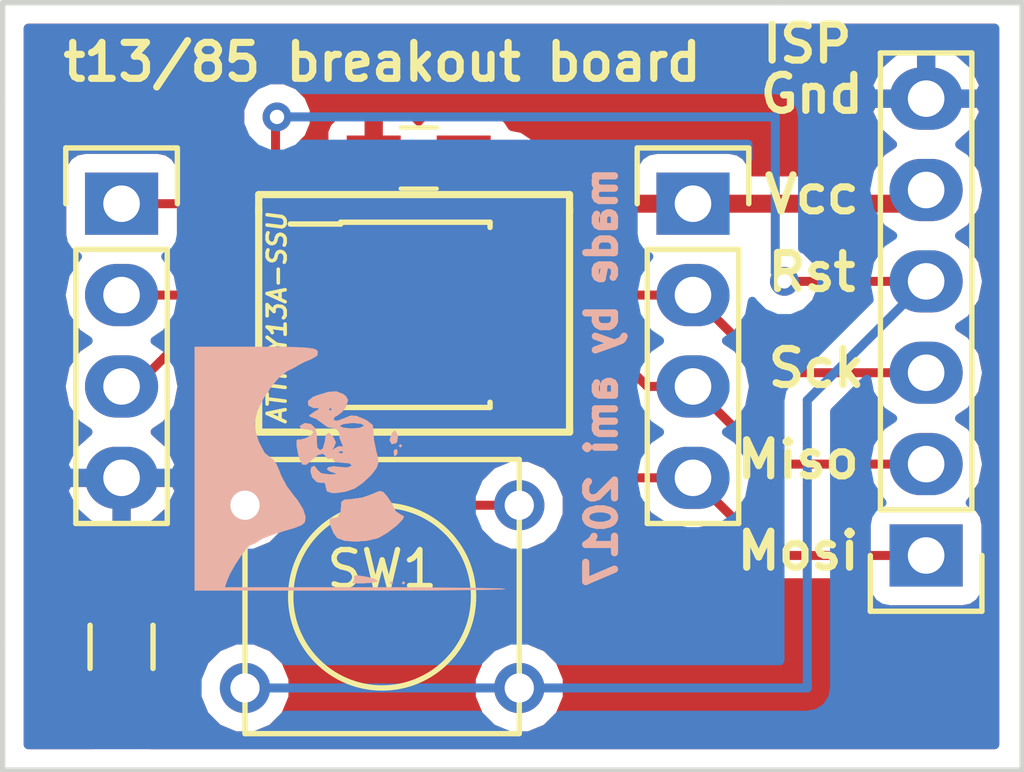
<source format=kicad_pcb>
(kicad_pcb (version 20160815) (host pcbnew "(2017-01-24 revision 0b6147e)-makepkg")

  (general
    (links 21)
    (no_connects 0)
    (area 119.558999 83.490999 148.030001 104.977001)
    (thickness 1.6)
    (drawings 24)
    (tracks 45)
    (zones 0)
    (modules 8)
    (nets 10)
  )

  (page A4)
  (title_block
    (title "attiny13a breakout board")
    (date 2017-01-29)
    (rev 0.1)
    (company "Amitesh Singh")
  )

  (layers
    (0 F.Cu signal)
    (31 B.Cu signal)
    (32 B.Adhes user)
    (33 F.Adhes user)
    (34 B.Paste user)
    (35 F.Paste user)
    (36 B.SilkS user)
    (37 F.SilkS user)
    (38 B.Mask user)
    (39 F.Mask user)
    (40 Dwgs.User user)
    (41 Cmts.User user)
    (42 Eco1.User user)
    (43 Eco2.User user)
    (44 Edge.Cuts user)
    (45 Margin user)
    (46 B.CrtYd user)
    (47 F.CrtYd user)
    (48 B.Fab user)
    (49 F.Fab user)
  )

  (setup
    (last_trace_width 0.25)
    (trace_clearance 0.2)
    (zone_clearance 0.508)
    (zone_45_only no)
    (trace_min 0.2)
    (segment_width 0.2)
    (edge_width 0.15)
    (via_size 0.8)
    (via_drill 0.4)
    (via_min_size 0.4)
    (via_min_drill 0.3)
    (uvia_size 0.3)
    (uvia_drill 0.1)
    (uvias_allowed no)
    (uvia_min_size 0.2)
    (uvia_min_drill 0.1)
    (pcb_text_width 0.3)
    (pcb_text_size 1.5 1.5)
    (mod_edge_width 0.15)
    (mod_text_size 1 1)
    (mod_text_width 0.15)
    (pad_size 1.524 1.524)
    (pad_drill 0.762)
    (pad_to_mask_clearance 0.2)
    (aux_axis_origin 0 0)
    (visible_elements 7FFFFFFF)
    (pcbplotparams
      (layerselection 0x00030_ffffffff)
      (usegerberextensions false)
      (excludeedgelayer true)
      (linewidth 0.100000)
      (plotframeref false)
      (viasonmask false)
      (mode 1)
      (useauxorigin false)
      (hpglpennumber 1)
      (hpglpenspeed 20)
      (hpglpendiameter 15)
      (psnegative false)
      (psa4output false)
      (plotreference true)
      (plotvalue true)
      (plotinvisibletext false)
      (padsonsilk false)
      (subtractmaskfromsilk false)
      (outputformat 1)
      (mirror false)
      (drillshape 1)
      (scaleselection 1)
      (outputdirectory ""))
  )

  (net 0 "")
  (net 1 GND)
  (net 2 VCC)
  (net 3 /pb0)
  (net 4 /pb1)
  (net 5 /pb2)
  (net 6 /rst)
  (net 7 /pb3)
  (net 8 /pb4)
  (net 9 "Net-(R1-Pad2)")

  (net_class Default "This is the default net class."
    (clearance 0.2)
    (trace_width 0.25)
    (via_dia 0.8)
    (via_drill 0.4)
    (uvia_dia 0.3)
    (uvia_drill 0.1)
    (add_net /pb0)
    (add_net /pb1)
    (add_net /pb2)
    (add_net /pb3)
    (add_net /pb4)
    (add_net /rst)
    (add_net "Net-(R1-Pad2)")
  )

  (net_class power ""
    (clearance 0.4)
    (trace_width 0.5)
    (via_dia 0.8)
    (via_drill 0.4)
    (uvia_dia 0.3)
    (uvia_drill 0.1)
    (add_net GND)
    (add_net VCC)
  )

  (module Housings_SOIC:SOIC-8_3.9x4.9mm_Pitch1.27mm (layer F.Cu) (tedit 588DE56C) (tstamp 588CFC84)
    (at 131.098143 92.2435)
    (descr "8-Lead Plastic Small Outline (SN) - Narrow, 3.90 mm Body [SOIC] (see Microchip Packaging Specification 00000049BS.pdf)")
    (tags "SOIC 1.27")
    (path /588CF45A)
    (attr smd)
    (fp_text reference U1 (at 0 -3.5) (layer F.SilkS) hide
      (effects (font (size 1 1) (thickness 0.15)))
    )
    (fp_text value ATTINY13A-SSU (at -3.844143 0.0855 90) (layer F.SilkS)
      (effects (font (size 0.5 0.5) (thickness 0.1) italic))
    )
    (fp_line (start -2.075 -2.525) (end -3.475 -2.525) (layer F.SilkS) (width 0.15))
    (fp_line (start -2.075 2.575) (end 2.075 2.575) (layer F.SilkS) (width 0.15))
    (fp_line (start -2.075 -2.575) (end 2.075 -2.575) (layer F.SilkS) (width 0.15))
    (fp_line (start -2.075 2.575) (end -2.075 2.43) (layer F.SilkS) (width 0.15))
    (fp_line (start 2.075 2.575) (end 2.075 2.43) (layer F.SilkS) (width 0.15))
    (fp_line (start 2.075 -2.575) (end 2.075 -2.43) (layer F.SilkS) (width 0.15))
    (fp_line (start -2.075 -2.575) (end -2.075 -2.525) (layer F.SilkS) (width 0.15))
    (fp_line (start -3.75 2.75) (end 3.75 2.75) (layer F.CrtYd) (width 0.05))
    (fp_line (start -3.75 -2.75) (end 3.75 -2.75) (layer F.CrtYd) (width 0.05))
    (fp_line (start 3.75 -2.75) (end 3.75 2.75) (layer F.CrtYd) (width 0.05))
    (fp_line (start -3.75 -2.75) (end -3.75 2.75) (layer F.CrtYd) (width 0.05))
    (fp_line (start -1.95 -1.45) (end -0.95 -2.45) (layer F.Fab) (width 0.15))
    (fp_line (start -1.95 2.45) (end -1.95 -1.45) (layer F.Fab) (width 0.15))
    (fp_line (start 1.95 2.45) (end -1.95 2.45) (layer F.Fab) (width 0.15))
    (fp_line (start 1.95 -2.45) (end 1.95 2.45) (layer F.Fab) (width 0.15))
    (fp_line (start -0.95 -2.45) (end 1.95 -2.45) (layer F.Fab) (width 0.15))
    (pad 8 smd rect (at 2.7 -1.905) (size 1.55 0.6) (layers F.Cu F.Paste F.Mask)
      (net 2 VCC))
    (pad 7 smd rect (at 2.7 -0.635) (size 1.55 0.6) (layers F.Cu F.Paste F.Mask)
      (net 5 /pb2))
    (pad 6 smd rect (at 2.7 0.635) (size 1.55 0.6) (layers F.Cu F.Paste F.Mask)
      (net 4 /pb1))
    (pad 5 smd rect (at 2.7 1.905) (size 1.55 0.6) (layers F.Cu F.Paste F.Mask)
      (net 3 /pb0))
    (pad 4 smd rect (at -2.7 1.905) (size 1.55 0.6) (layers F.Cu F.Paste F.Mask)
      (net 1 GND))
    (pad 3 smd rect (at -2.7 0.635) (size 1.55 0.6) (layers F.Cu F.Paste F.Mask)
      (net 8 /pb4))
    (pad 2 smd rect (at -2.7 -0.635) (size 1.55 0.6) (layers F.Cu F.Paste F.Mask)
      (net 7 /pb3))
    (pad 1 smd rect (at -2.7 -1.905) (size 1.55 0.6) (layers F.Cu F.Paste F.Mask)
      (net 6 /rst))
    (model Housings_SOIC.3dshapes/SOIC-8_3.9x4.9mm_Pitch1.27mm.wrl
      (at (xyz 0 0 0))
      (scale (xyz 1 1 1))
      (rotate (xyz 0 0 0))
    )
  )

  (module Capacitors_SMD:C_0805_HandSoldering (layer F.Cu) (tedit 588D0812) (tstamp 588CFC5E)
    (at 131.191 87.884 180)
    (descr "Capacitor SMD 0805, hand soldering")
    (tags "capacitor 0805")
    (path /588CF848)
    (attr smd)
    (fp_text reference C1 (at -3.556 0 180) (layer F.SilkS) hide
      (effects (font (size 1 1) (thickness 0.15)))
    )
    (fp_text value C (at 0 2.1 180) (layer F.Fab) hide
      (effects (font (size 1 1) (thickness 0.15)))
    )
    (fp_line (start -0.5 0.85) (end 0.5 0.85) (layer F.SilkS) (width 0.12))
    (fp_line (start 0.5 -0.85) (end -0.5 -0.85) (layer F.SilkS) (width 0.12))
    (fp_line (start 2.3 -1) (end 2.3 1) (layer F.CrtYd) (width 0.05))
    (fp_line (start -2.3 -1) (end -2.3 1) (layer F.CrtYd) (width 0.05))
    (fp_line (start -2.3 1) (end 2.3 1) (layer F.CrtYd) (width 0.05))
    (fp_line (start -2.3 -1) (end 2.3 -1) (layer F.CrtYd) (width 0.05))
    (fp_line (start -1 -0.625) (end 1 -0.625) (layer F.Fab) (width 0.1))
    (fp_line (start 1 -0.625) (end 1 0.625) (layer F.Fab) (width 0.1))
    (fp_line (start 1 0.625) (end -1 0.625) (layer F.Fab) (width 0.1))
    (fp_line (start -1 0.625) (end -1 -0.625) (layer F.Fab) (width 0.1))
    (pad 2 smd rect (at 1.25 0 180) (size 1.5 1.25) (layers F.Cu F.Paste F.Mask)
      (net 1 GND))
    (pad 1 smd rect (at -1.25 0 180) (size 1.5 1.25) (layers F.Cu F.Paste F.Mask)
      (net 2 VCC))
    (model Capacitors_SMD.3dshapes/C_0805_HandSoldering.wrl
      (at (xyz 0 0 0))
      (scale (xyz 1 1 1))
      (rotate (xyz 0 0 0))
    )
  )

  (module Socket_Strips:Socket_Strip_Straight_1x04 (layer F.Cu) (tedit 588DB941) (tstamp 588CFC66)
    (at 138.811 89.154 270)
    (descr "Through hole socket strip")
    (tags "socket strip")
    (path /588CF4EE)
    (fp_text reference P1 (at -4.572 -6.604) (layer F.SilkS) hide
      (effects (font (size 1 1) (thickness 0.15)))
    )
    (fp_text value CONN_01X04 (at -1.905 2.413) (layer F.Fab) hide
      (effects (font (size 1 1) (thickness 0.15)))
    )
    (fp_line (start -1.55 -1.55) (end -1.55 1.55) (layer F.SilkS) (width 0.15))
    (fp_line (start 0 -1.55) (end -1.55 -1.55) (layer F.SilkS) (width 0.15))
    (fp_line (start 1.27 1.27) (end 1.27 -1.27) (layer F.SilkS) (width 0.15))
    (fp_line (start 8.89 -1.27) (end 8.89 1.27) (layer F.SilkS) (width 0.15))
    (fp_line (start -1.55 1.55) (end 0 1.55) (layer F.SilkS) (width 0.15))
    (fp_line (start 1.27 1.27) (end 8.89 1.27) (layer F.SilkS) (width 0.15))
    (fp_line (start 1.27 -1.27) (end 8.89 -1.27) (layer F.SilkS) (width 0.15))
    (fp_line (start -1.75 1.75) (end 9.4 1.75) (layer F.CrtYd) (width 0.05))
    (fp_line (start -1.75 -1.75) (end 9.4 -1.75) (layer F.CrtYd) (width 0.05))
    (fp_line (start 9.4 -1.75) (end 9.4 1.75) (layer F.CrtYd) (width 0.05))
    (fp_line (start -1.75 -1.75) (end -1.75 1.75) (layer F.CrtYd) (width 0.05))
    (pad 4 thru_hole oval (at 7.62 0 270) (size 1.7272 2.032) (drill 1.016) (layers *.Cu *.Mask)
      (net 3 /pb0))
    (pad 3 thru_hole oval (at 5.08 0 270) (size 1.7272 2.032) (drill 1.016) (layers *.Cu *.Mask)
      (net 4 /pb1))
    (pad 2 thru_hole oval (at 2.54 0 270) (size 1.7272 2.032) (drill 1.016) (layers *.Cu *.Mask)
      (net 5 /pb2))
    (pad 1 thru_hole rect (at 0 0 270) (size 1.7272 2.032) (drill 1.016) (layers *.Cu *.Mask)
      (net 2 VCC))
    (model Socket_Strips.3dshapes/Socket_Strip_Straight_1x04.wrl
      (at (xyz 0.15 0 0))
      (scale (xyz 1 1 1))
      (rotate (xyz 0 0 180))
    )
  )

  (module Socket_Strips:Socket_Strip_Straight_1x04 (layer F.Cu) (tedit 588D07F3) (tstamp 588CFC6E)
    (at 122.936 89.154 270)
    (descr "Through hole socket strip")
    (tags "socket strip")
    (path /588CF56F)
    (fp_text reference P2 (at 0 -5.1 270) (layer F.SilkS) hide
      (effects (font (size 1 1) (thickness 0.15)))
    )
    (fp_text value CONN_01X04 (at -3.048 -2.667) (layer F.Fab) hide
      (effects (font (size 1 1) (thickness 0.15)))
    )
    (fp_line (start -1.75 -1.75) (end -1.75 1.75) (layer F.CrtYd) (width 0.05))
    (fp_line (start 9.4 -1.75) (end 9.4 1.75) (layer F.CrtYd) (width 0.05))
    (fp_line (start -1.75 -1.75) (end 9.4 -1.75) (layer F.CrtYd) (width 0.05))
    (fp_line (start -1.75 1.75) (end 9.4 1.75) (layer F.CrtYd) (width 0.05))
    (fp_line (start 1.27 -1.27) (end 8.89 -1.27) (layer F.SilkS) (width 0.15))
    (fp_line (start 1.27 1.27) (end 8.89 1.27) (layer F.SilkS) (width 0.15))
    (fp_line (start -1.55 1.55) (end 0 1.55) (layer F.SilkS) (width 0.15))
    (fp_line (start 8.89 -1.27) (end 8.89 1.27) (layer F.SilkS) (width 0.15))
    (fp_line (start 1.27 1.27) (end 1.27 -1.27) (layer F.SilkS) (width 0.15))
    (fp_line (start 0 -1.55) (end -1.55 -1.55) (layer F.SilkS) (width 0.15))
    (fp_line (start -1.55 -1.55) (end -1.55 1.55) (layer F.SilkS) (width 0.15))
    (pad 1 thru_hole rect (at 0 0 270) (size 1.7272 2.032) (drill 1.016) (layers *.Cu *.Mask)
      (net 6 /rst))
    (pad 2 thru_hole oval (at 2.54 0 270) (size 1.7272 2.032) (drill 1.016) (layers *.Cu *.Mask)
      (net 7 /pb3))
    (pad 3 thru_hole oval (at 5.08 0 270) (size 1.7272 2.032) (drill 1.016) (layers *.Cu *.Mask)
      (net 8 /pb4))
    (pad 4 thru_hole oval (at 7.62 0 270) (size 1.7272 2.032) (drill 1.016) (layers *.Cu *.Mask)
      (net 1 GND))
    (model Socket_Strips.3dshapes/Socket_Strip_Straight_1x04.wrl
      (at (xyz 0.15 0 0))
      (scale (xyz 1 1 1))
      (rotate (xyz 0 0 180))
    )
  )

  (module Socket_Strips:Socket_Strip_Straight_1x06 (layer F.Cu) (tedit 588DB922) (tstamp 588CFC78)
    (at 145.288 98.933 90)
    (descr "Through hole socket strip")
    (tags "socket strip")
    (path /588D05F2)
    (fp_text reference P3 (at 0 -6.604 180) (layer F.SilkS) hide
      (effects (font (size 1 1) (thickness 0.15)))
    )
    (fp_text value CONN_01X06 (at 3.048 3.429 90) (layer F.Fab) hide
      (effects (font (size 1 1) (thickness 0.15)))
    )
    (fp_line (start -1.55 -1.55) (end -1.55 1.55) (layer F.SilkS) (width 0.15))
    (fp_line (start 0 -1.55) (end -1.55 -1.55) (layer F.SilkS) (width 0.15))
    (fp_line (start 1.27 1.27) (end 1.27 -1.27) (layer F.SilkS) (width 0.15))
    (fp_line (start -1.55 1.55) (end 0 1.55) (layer F.SilkS) (width 0.15))
    (fp_line (start 13.97 -1.27) (end 1.27 -1.27) (layer F.SilkS) (width 0.15))
    (fp_line (start 13.97 1.27) (end 13.97 -1.27) (layer F.SilkS) (width 0.15))
    (fp_line (start 1.27 1.27) (end 13.97 1.27) (layer F.SilkS) (width 0.15))
    (fp_line (start -1.75 1.75) (end 14.45 1.75) (layer F.CrtYd) (width 0.05))
    (fp_line (start -1.75 -1.75) (end 14.45 -1.75) (layer F.CrtYd) (width 0.05))
    (fp_line (start 14.45 -1.75) (end 14.45 1.75) (layer F.CrtYd) (width 0.05))
    (fp_line (start -1.75 -1.75) (end -1.75 1.75) (layer F.CrtYd) (width 0.05))
    (pad 6 thru_hole oval (at 12.7 0 90) (size 1.7272 2.032) (drill 1.016) (layers *.Cu *.Mask)
      (net 1 GND))
    (pad 5 thru_hole oval (at 10.16 0 90) (size 1.7272 2.032) (drill 1.016) (layers *.Cu *.Mask)
      (net 2 VCC))
    (pad 4 thru_hole oval (at 7.62 0 90) (size 1.7272 2.032) (drill 1.016) (layers *.Cu *.Mask)
      (net 6 /rst))
    (pad 3 thru_hole oval (at 5.08 0 90) (size 1.7272 2.032) (drill 1.016) (layers *.Cu *.Mask)
      (net 5 /pb2))
    (pad 2 thru_hole oval (at 2.54 0 90) (size 1.7272 2.032) (drill 1.016) (layers *.Cu *.Mask)
      (net 4 /pb1))
    (pad 1 thru_hole rect (at 0 0 90) (size 1.7272 2.032) (drill 1.016) (layers *.Cu *.Mask)
      (net 3 /pb0))
    (model Socket_Strips.3dshapes/Socket_Strip_Straight_1x06.wrl
      (at (xyz 0.25 0 0))
      (scale (xyz 1 1 1))
      (rotate (xyz 0 0 180))
    )
  )

  (module led2layer:superme (layer B.Cu) (tedit 588DAC38) (tstamp 588D0248)
    (at 129.286 96.52 180)
    (fp_text reference G*** (at 0 0 180) (layer B.SilkS) hide
      (effects (font (thickness 0.3)) (justify mirror))
    )
    (fp_text value "made by ami 2017" (at -6.985 2.54 270) (layer B.SilkS)
      (effects (font (size 0.8 0.8) (thickness 0.2)) (justify mirror))
    )
    (fp_poly (pts (xy -1.174848 1.001932) (xy -1.108553 0.835263) (xy -1.101964 0.783166) (xy -1.154454 0.687075)
      (xy -1.261268 0.703585) (xy -1.307612 0.754359) (xy -1.321651 0.891512) (xy -1.300826 0.973125)
      (xy -1.241858 1.063868) (xy -1.174848 1.001932)) (layer B.SilkS) (width 0.01))
    (fp_poly (pts (xy -1.354667 0.635) (xy -1.397 0.592666) (xy -1.439334 0.635) (xy -1.397 0.677333)
      (xy -1.354667 0.635)) (layer B.SilkS) (width 0.01))
    (fp_poly (pts (xy -1.222468 0.515682) (xy -1.213556 0.461942) (xy -1.232025 0.346905) (xy -1.293325 0.393625)
      (xy -1.308718 0.417483) (xy -1.304455 0.524221) (xy -1.285493 0.540758) (xy -1.222468 0.515682)) (layer B.SilkS) (width 0.01))
    (fp_poly (pts (xy 0.599715 2.134372) (xy 0.911081 2.038929) (xy 1.037166 1.989426) (xy 1.167461 1.881387)
      (xy 1.162036 1.761872) (xy 1.029634 1.692658) (xy 0.994833 1.690333) (xy 0.868566 1.682959)
      (xy 0.880286 1.647657) (xy 1.016 1.566333) (xy 1.137143 1.47808) (xy 1.103782 1.442679)
      (xy 1.095464 1.442333) (xy 0.94105 1.385676) (xy 0.776868 1.26568) (xy 0.623349 1.156396)
      (xy 0.516497 1.137748) (xy 0.409623 1.120328) (xy 0.337892 1.057401) (xy 0.276273 0.955299)
      (xy 0.288945 0.931333) (xy 0.297454 0.868359) (xy 0.24551 0.740833) (xy 0.194676 0.622351)
      (xy 0.213574 0.613099) (xy 0.325194 0.619887) (xy 0.415543 0.570765) (xy 0.505205 0.50776)
      (xy 0.476141 0.560746) (xy 0.4515 0.592907) (xy 0.398848 0.731912) (xy 0.471792 0.883059)
      (xy 0.591547 0.994178) (xy 0.669689 0.941895) (xy 0.707091 0.725624) (xy 0.707114 0.725223)
      (xy 0.75408 0.563375) (xy 0.831881 0.50806) (xy 0.913935 0.581838) (xy 0.925563 0.740833)
      (xy 0.934117 0.971933) (xy 0.970574 1.121833) (xy 1.09131 1.239379) (xy 1.260868 1.266013)
      (xy 1.394579 1.189125) (xy 1.397 1.185333) (xy 1.367024 1.122551) (xy 1.232663 1.100666)
      (xy 1.071188 1.071386) (xy 1.016 1.013272) (xy 1.085663 0.923804) (xy 1.239987 0.84161)
      (xy 1.396976 0.803943) (xy 1.45309 0.814692) (xy 1.487392 0.774007) (xy 1.481946 0.620595)
      (xy 1.441314 0.40516) (xy 1.404521 0.275166) (xy 1.325172 0.117043) (xy 1.219304 0.110291)
      (xy 1.059049 0.253209) (xy 1.058333 0.254) (xy 0.896313 0.383263) (xy 0.75405 0.420317)
      (xy 0.679782 0.355588) (xy 0.677333 0.329608) (xy 0.615403 0.273913) (xy 0.545935 0.286305)
      (xy 0.458536 0.292222) (xy 0.466266 0.25303) (xy 0.429348 0.196794) (xy 0.25794 0.170137)
      (xy 0.211666 0.169333) (xy 0.009146 0.148731) (xy -0.044548 0.090596) (xy -0.03927 0.07971)
      (xy 0.077479 0.030202) (xy 0.259994 0.04365) (xy 0.461311 0.06376) (xy 0.600186 0.038595)
      (xy 0.644412 -0.013937) (xy 0.561786 -0.075929) (xy 0.507146 -0.093778) (xy 0.381749 -0.13362)
      (xy 0.403153 -0.152254) (xy 0.574157 -0.160894) (xy 0.804189 -0.128672) (xy 0.900715 -0.042334)
      (xy 0.991026 0.075065) (xy 1.075142 0.043102) (xy 1.100666 -0.0743) (xy 1.047241 -0.246943)
      (xy 0.924174 -0.370553) (xy 0.787281 -0.393643) (xy 0.765708 -0.383292) (xy 0.695404 -0.40585)
      (xy 0.677333 -0.503003) (xy 0.643188 -0.626095) (xy 0.510212 -0.672918) (xy 0.402166 -0.676812)
      (xy 0.121918 -0.635573) (xy -0.127 -0.546757) (xy -0.353951 -0.391646) (xy -0.576503 -0.181687)
      (xy -0.602339 -0.151756) (xy -0.731681 0.017739) (xy -0.780609 0.157721) (xy -0.761236 0.340022)
      (xy -0.726476 0.479778) (xy 0.197555 0.479778) (xy 0.209177 0.429443) (xy 0.254 0.423333)
      (xy 0.32369 0.454311) (xy 0.310444 0.479778) (xy 0.209964 0.489911) (xy 0.197555 0.479778)
      (xy -0.726476 0.479778) (xy -0.715968 0.522022) (xy -0.660159 0.792024) (xy -0.640938 1.01317)
      (xy -0.64793 1.082036) (xy -0.62543 1.204114) (xy -0.386331 1.204114) (xy -0.381486 1.186119)
      (xy -0.270983 1.135403) (xy -0.061435 1.114251) (xy 0.001014 1.115195) (xy 0.198078 1.138974)
      (xy 0.289154 1.182671) (xy 0.287839 1.199076) (xy 0.182833 1.244031) (xy -0.02455 1.268502)
      (xy -0.094661 1.27) (xy -0.305222 1.252056) (xy -0.386331 1.204114) (xy -0.62543 1.204114)
      (xy -0.623635 1.21385) (xy -0.460956 1.339383) (xy -0.382569 1.379201) (xy -0.167508 1.467551)
      (xy -0.013347 1.473249) (xy 0.165174 1.399149) (xy 0.168093 1.397641) (xy 0.35354 1.329977)
      (xy 0.459959 1.345811) (xy 0.462091 1.348881) (xy 0.436878 1.434438) (xy 0.361062 1.475443)
      (xy 0.215341 1.584564) (xy 0.170875 1.651) (xy 0.508 1.651) (xy 0.550333 1.608666)
      (xy 0.592666 1.651) (xy 0.550333 1.693333) (xy 0.508 1.651) (xy 0.170875 1.651)
      (xy 0.112621 1.738035) (xy 0.059154 1.907252) (xy 0.121908 2.017901) (xy 0.201843 2.075683)
      (xy 0.377058 2.145203) (xy 0.599715 2.134372)) (layer B.SilkS) (width 0.01))
    (fp_poly (pts (xy -0.638427 -0.696059) (xy -0.610657 -0.710364) (xy -0.333584 -0.806884) (xy -0.041216 -0.846667)
      (xy 0.165659 -0.864221) (xy 0.244082 -0.930096) (xy 0.246309 -0.994834) (xy 0.262332 -1.209076)
      (xy 0.348042 -1.354723) (xy 0.473778 -1.382126) (xy 0.476974 -1.380945) (xy 0.557863 -1.379531)
      (xy 0.562261 -1.490911) (xy 0.544479 -1.576791) (xy 0.458654 -1.791871) (xy 0.354662 -1.926167)
      (xy 0.162109 -1.999354) (xy -0.12816 -2.025034) (xy -0.45155 -2.003951) (xy -0.743462 -1.936849)
      (xy -0.804334 -1.912802) (xy -1.037774 -1.776617) (xy -1.27972 -1.589056) (xy -1.312334 -1.559029)
      (xy -1.462258 -1.403416) (xy -1.492103 -1.322867) (xy -1.422145 -1.288472) (xy -1.272339 -1.190234)
      (xy -1.230246 -1.116392) (xy -1.144008 -0.944686) (xy -1.028387 -0.773864) (xy -0.914312 -0.645319)
      (xy -0.808973 -0.623131) (xy -0.638427 -0.696059)) (layer B.SilkS) (width 0.01))
    (fp_poly (pts (xy -0.123116 -2.973568) (xy -0.112531 -3.02262) (xy -0.122531 -3.040769) (xy -0.10438 -3.132843)
      (xy -0.064028 -3.156069) (xy -0.075412 -3.175931) (xy -0.220909 -3.185308) (xy -0.359317 -3.184467)
      (xy -0.59383 -3.168927) (xy -0.738789 -3.140046) (xy -0.761484 -3.122084) (xy -0.688705 -3.071024)
      (xy -0.511422 -3.019125) (xy -0.497417 -3.01625) (xy -0.242246 -2.972044) (xy -0.123116 -2.973568)) (layer B.SilkS) (width 0.01))
    (fp_poly (pts (xy -1.100667 -3.175) (xy -1.143 -3.217334) (xy -1.185334 -3.175) (xy -1.143 -3.132667)
      (xy -1.100667 -3.175)) (layer B.SilkS) (width 0.01))
    (fp_poly (pts (xy -1.439334 -3.175) (xy -1.481667 -3.217334) (xy -1.524 -3.175) (xy -1.481667 -3.132667)
      (xy -1.439334 -3.175)) (layer B.SilkS) (width 0.01))
    (fp_poly (pts (xy 4.318 -3.386667) (xy -0.014112 -3.386667) (xy -0.85098 -3.385848) (xy -1.632976 -3.383496)
      (xy -2.344464 -3.37977) (xy -2.969807 -3.374827) (xy -3.493371 -3.368825) (xy -3.899518 -3.361923)
      (xy -4.172613 -3.354279) (xy -4.297021 -3.34605) (xy -4.302872 -3.343316) (xy -4.211925 -3.334447)
      (xy -3.968661 -3.326199) (xy -3.590095 -3.318758) (xy -3.093242 -3.312313) (xy -2.495118 -3.307049)
      (xy -1.812737 -3.303156) (xy -1.063115 -3.30082) (xy -0.388637 -3.300199) (xy 3.482246 -3.300432)
      (xy 3.426447 -3.124624) (xy 3.33836 -2.921254) (xy 3.19991 -2.674949) (xy 3.040775 -2.430322)
      (xy 2.890634 -2.231989) (xy 2.779164 -2.124563) (xy 2.755944 -2.116667) (xy 2.615922 -2.062118)
      (xy 2.553992 -2.012126) (xy 2.424906 -1.938697) (xy 2.181789 -1.842314) (xy 1.874531 -1.742508)
      (xy 1.838558 -1.732044) (xy 1.527171 -1.638355) (xy 1.346147 -1.564754) (xy 1.262095 -1.488226)
      (xy 1.241621 -1.385758) (xy 1.244432 -1.322552) (xy 1.311817 -1.119249) (xy 1.464825 -0.873366)
      (xy 1.556956 -0.76123) (xy 1.75631 -0.493924) (xy 1.914345 -0.201321) (xy 1.955278 -0.091535)
      (xy 2.051101 0.132736) (xy 2.165889 0.277111) (xy 2.200698 0.296132) (xy 2.379044 0.439029)
      (xy 2.538287 0.746089) (xy 2.622211 1.002439) (xy 2.656289 1.272941) (xy 2.5907 1.566551)
      (xy 2.564276 1.637439) (xy 2.402392 1.96713) (xy 2.189727 2.287811) (xy 1.962933 2.551272)
      (xy 1.758662 2.709306) (xy 1.744278 2.716) (xy 1.540879 2.817728) (xy 1.439333 2.878515)
      (xy 1.264743 2.970376) (xy 1.081117 3.04534) (xy 0.91349 3.145121) (xy 0.899675 3.256956)
      (xy 0.938361 3.301971) (xy 1.029329 3.335469) (xy 1.194012 3.359052) (xy 1.453843 3.374324)
      (xy 1.830254 3.382888) (xy 2.344679 3.386348) (xy 2.633725 3.386666) (xy 4.318 3.386666)
      (xy 4.318 -3.386667)) (layer B.SilkS) (width 0.01))
  )

  (module Resistors_SMD:R_0805_HandSoldering (layer F.Cu) (tedit 588DE536) (tstamp 588DE367)
    (at 122.936 101.473 90)
    (descr "Resistor SMD 0805, hand soldering")
    (tags "resistor 0805")
    (path /588DE3F1)
    (attr smd)
    (fp_text reference R1 (at -3.048 -0.254 90) (layer F.SilkS) hide
      (effects (font (size 1 1) (thickness 0.15)))
    )
    (fp_text value 10k (at 0 2.1 90) (layer F.Fab)
      (effects (font (size 1 1) (thickness 0.15)))
    )
    (fp_line (start -0.6 -0.875) (end 0.6 -0.875) (layer F.SilkS) (width 0.15))
    (fp_line (start 0.6 0.875) (end -0.6 0.875) (layer F.SilkS) (width 0.15))
    (fp_line (start 2.4 -1) (end 2.4 1) (layer F.CrtYd) (width 0.05))
    (fp_line (start -2.4 -1) (end -2.4 1) (layer F.CrtYd) (width 0.05))
    (fp_line (start -2.4 1) (end 2.4 1) (layer F.CrtYd) (width 0.05))
    (fp_line (start -2.4 -1) (end 2.4 -1) (layer F.CrtYd) (width 0.05))
    (fp_line (start -1 -0.625) (end 1 -0.625) (layer F.Fab) (width 0.1))
    (fp_line (start 1 -0.625) (end 1 0.625) (layer F.Fab) (width 0.1))
    (fp_line (start 1 0.625) (end -1 0.625) (layer F.Fab) (width 0.1))
    (fp_line (start -1 0.625) (end -1 -0.625) (layer F.Fab) (width 0.1))
    (pad 2 smd rect (at 1.35 0 90) (size 1.5 1.3) (layers F.Cu F.Paste F.Mask)
      (net 9 "Net-(R1-Pad2)"))
    (pad 1 smd rect (at -1.35 0 90) (size 1.5 1.3) (layers F.Cu F.Paste F.Mask)
      (net 1 GND))
    (model Resistors_SMD.3dshapes/R_0805_HandSoldering.wrl
      (at (xyz 0 0 0))
      (scale (xyz 1 1 1))
      (rotate (xyz 0 0 0))
    )
  )

  (module Buttons_Switches_ThroughHole:SW_PUSH_SMALL (layer F.Cu) (tedit 0) (tstamp 588DE36F)
    (at 130.175 100.076)
    (path /588DE1C6)
    (fp_text reference SW1 (at 0 -0.762) (layer F.SilkS)
      (effects (font (size 1 1) (thickness 0.15)))
    )
    (fp_text value SWITCH (at 0 1.016) (layer F.Fab)
      (effects (font (size 1 1) (thickness 0.15)))
    )
    (fp_line (start -3.81 -3.81) (end -3.81 3.81) (layer F.SilkS) (width 0.15))
    (fp_line (start 3.81 3.81) (end -3.81 3.81) (layer F.SilkS) (width 0.15))
    (fp_line (start 3.81 -3.81) (end 3.81 3.81) (layer F.SilkS) (width 0.15))
    (fp_line (start -3.81 -3.81) (end 3.81 -3.81) (layer F.SilkS) (width 0.15))
    (fp_circle (center 0 0) (end 0 -2.54) (layer F.SilkS) (width 0.15))
    (pad 2 thru_hole circle (at -3.81 2.54) (size 1.397 1.397) (drill 0.8128) (layers *.Cu *.Mask)
      (net 6 /rst))
    (pad 1 thru_hole circle (at -3.81 -2.54) (size 1.397 1.397) (drill 0.8128) (layers *.Cu *.Mask)
      (net 9 "Net-(R1-Pad2)"))
    (pad 2 thru_hole circle (at 3.81 2.54) (size 1.397 1.397) (drill 0.8128) (layers *.Cu *.Mask)
      (net 6 /rst))
    (pad 1 thru_hole circle (at 3.81 -2.54) (size 1.397 1.397) (drill 0.8128) (layers *.Cu *.Mask)
      (net 9 "Net-(R1-Pad2)"))
  )

  (gr_line (start 147.955 83.566) (end 147.828 83.566) (angle 90) (layer Edge.Cuts) (width 0.15))
  (gr_line (start 147.955 104.902) (end 147.955 83.566) (angle 90) (layer Edge.Cuts) (width 0.15))
  (gr_line (start 119.634 104.902) (end 147.955 104.902) (angle 90) (layer Edge.Cuts) (width 0.15))
  (gr_line (start 119.634 101.346) (end 119.634 104.902) (angle 90) (layer Edge.Cuts) (width 0.15))
  (gr_text "t13/85 breakout board" (at 130.175 85.217) (layer F.SilkS)
    (effects (font (size 1 1) (thickness 0.2)))
  )
  (gr_text Gnd (at 142.113 86.106) (layer F.SilkS) (tstamp 588DB8D6)
    (effects (font (size 1 1) (thickness 0.2)))
  )
  (gr_text Vcc (at 142.113 88.9) (layer F.SilkS) (tstamp 588DB8BD)
    (effects (font (size 1 1) (thickness 0.2)))
  )
  (gr_text Rst (at 142.113 91.059) (layer F.SilkS) (tstamp 588DB8B4)
    (effects (font (size 1 1) (thickness 0.2)))
  )
  (gr_text Sck (at 142.24 93.726) (layer F.SilkS) (tstamp 588DB8AF)
    (effects (font (size 1 1) (thickness 0.2)))
  )
  (gr_text Miso (at 141.732 96.266) (layer F.SilkS) (tstamp 588DB880)
    (effects (font (size 1 1) (thickness 0.2)))
  )
  (gr_text Mosi (at 141.732 98.806) (layer F.SilkS)
    (effects (font (size 1 1) (thickness 0.2)))
  )
  (gr_text ISP (at 141.986 84.709) (layer F.SilkS)
    (effects (font (size 1 1) (thickness 0.2)))
  )
  (gr_line (start 135.382 88.9) (end 135.382 89.408) (angle 90) (layer F.SilkS) (width 0.2))
  (gr_line (start 126.746 88.9) (end 135.382 88.9) (angle 90) (layer F.SilkS) (width 0.2))
  (gr_line (start 126.746 89.408) (end 126.746 88.9) (angle 90) (layer F.SilkS) (width 0.2))
  (gr_line (start 135.382 95.504) (end 135.382 95.377) (angle 90) (layer F.SilkS) (width 0.2))
  (gr_line (start 126.746 95.504) (end 135.382 95.504) (angle 90) (layer F.SilkS) (width 0.2))
  (gr_line (start 126.746 89.281) (end 126.746 89.408) (angle 90) (layer F.SilkS) (width 0.2))
  (gr_line (start 135.382 95.504) (end 135.382 89.281) (angle 90) (layer F.SilkS) (width 0.2))
  (gr_line (start 126.746 89.408) (end 126.746 95.504) (angle 90) (layer F.SilkS) (width 0.2))
  (gr_line (start 119.634 83.566) (end 141.224 83.566) (angle 90) (layer Edge.Cuts) (width 0.15))
  (gr_line (start 119.634 86.36) (end 119.634 83.566) (angle 90) (layer Edge.Cuts) (width 0.15))
  (gr_line (start 119.634 101.346) (end 119.634 86.36) (angle 90) (layer Edge.Cuts) (width 0.15))
  (gr_line (start 141.224 83.566) (end 147.828 83.566) (angle 90) (layer Edge.Cuts) (width 0.15))

  (segment (start 133.798143 89.213857) (end 133.798143 87.943857) (width 0.5) (layer F.Cu) (net 2))
  (segment (start 133.798143 87.943857) (end 133.738286 87.884) (width 0.5) (layer F.Cu) (net 2) (tstamp 588DB6A3))
  (segment (start 133.738286 87.884) (end 132.441 87.884) (width 0.5) (layer F.Cu) (net 2) (tstamp 588DB6A4))
  (segment (start 138.811 89.154) (end 144.907 89.154) (width 0.5) (layer F.Cu) (net 2))
  (segment (start 144.907 89.154) (end 145.288 88.773) (width 0.25) (layer F.Cu) (net 2) (tstamp 588DB517))
  (segment (start 138.811 89.154) (end 144.272 89.154) (width 0.25) (layer F.Cu) (net 2))
  (segment (start 138.811 89.154) (end 133.858 89.154) (width 0.5) (layer F.Cu) (net 2))
  (segment (start 133.858 89.154) (end 133.798143 89.213857) (width 0.5) (layer F.Cu) (net 2) (tstamp 588DB506))
  (segment (start 133.798143 89.213857) (end 133.798143 90.3385) (width 0.5) (layer F.Cu) (net 2) (tstamp 588DB50F))
  (segment (start 145.288 98.933) (end 140.97 98.933) (width 0.25) (layer F.Cu) (net 3))
  (segment (start 140.97 98.933) (end 138.811 96.774) (width 0.25) (layer F.Cu) (net 3) (tstamp 588CFE84))
  (segment (start 138.811 96.774) (end 136.423643 96.774) (width 0.25) (layer F.Cu) (net 3))
  (segment (start 136.423643 96.774) (end 133.798143 94.1485) (width 0.25) (layer F.Cu) (net 3) (tstamp 588CFE49))
  (segment (start 145.288 96.393) (end 140.97 96.393) (width 0.25) (layer F.Cu) (net 4))
  (segment (start 140.97 96.393) (end 138.811 94.234) (width 0.25) (layer F.Cu) (net 4) (tstamp 588CFE80))
  (segment (start 138.811 94.234) (end 137.541 94.234) (width 0.25) (layer F.Cu) (net 4))
  (segment (start 136.1855 92.8785) (end 133.798143 92.8785) (width 0.25) (layer F.Cu) (net 4) (tstamp 588CFE44))
  (segment (start 137.541 94.234) (end 136.1855 92.8785) (width 0.25) (layer F.Cu) (net 4) (tstamp 588CFE3D))
  (segment (start 145.288 93.853) (end 140.97 93.853) (width 0.25) (layer F.Cu) (net 5))
  (segment (start 140.97 93.853) (end 138.811 91.694) (width 0.25) (layer F.Cu) (net 5) (tstamp 588CFE78))
  (segment (start 138.811 91.694) (end 133.883643 91.694) (width 0.25) (layer F.Cu) (net 5))
  (segment (start 133.883643 91.694) (end 133.798143 91.6085) (width 0.25) (layer F.Cu) (net 5) (tstamp 588CFE24))
  (segment (start 145.288 91.313) (end 141.986 94.615) (width 0.25) (layer B.Cu) (net 6))
  (segment (start 141.986 102.616) (end 133.985 102.616) (width 0.25) (layer B.Cu) (net 6) (tstamp 588DE3CD))
  (segment (start 141.986 94.615) (end 141.986 102.616) (width 0.25) (layer B.Cu) (net 6) (tstamp 588DE3BE))
  (segment (start 133.985 102.616) (end 126.365 102.616) (width 0.25) (layer B.Cu) (net 6) (tstamp 588DE3D5))
  (segment (start 145.288 91.313) (end 141.351 91.313) (width 0.25) (layer F.Cu) (net 6))
  (segment (start 127.213643 86.781357) (end 127.213643 89.154) (width 0.25) (layer F.Cu) (net 6) (tstamp 588CFF04))
  (segment (start 127.254 86.741) (end 127.213643 86.781357) (width 0.25) (layer F.Cu) (net 6) (tstamp 588CFF03))
  (via (at 127.254 86.741) (size 0.8) (drill 0.4) (layers F.Cu B.Cu) (net 6))
  (segment (start 128.016 86.741) (end 127.254 86.741) (width 0.25) (layer B.Cu) (net 6) (tstamp 588CFEEB))
  (segment (start 141.097 86.741) (end 128.016 86.741) (width 0.25) (layer B.Cu) (net 6) (tstamp 588CFEE8))
  (segment (start 141.097 91.059) (end 141.097 86.741) (width 0.25) (layer B.Cu) (net 6) (tstamp 588CFEE1))
  (segment (start 141.351 91.313) (end 141.097 91.059) (width 0.25) (layer B.Cu) (net 6) (tstamp 588CFEE0))
  (via (at 141.351 91.313) (size 0.8) (drill 0.4) (layers F.Cu B.Cu) (net 6))
  (segment (start 122.936 89.154) (end 127.213643 89.154) (width 0.25) (layer F.Cu) (net 6))
  (segment (start 127.213643 89.154) (end 128.398143 90.3385) (width 0.25) (layer F.Cu) (net 6) (tstamp 588CFE11))
  (segment (start 122.936 91.694) (end 128.312643 91.694) (width 0.25) (layer F.Cu) (net 7))
  (segment (start 128.312643 91.694) (end 128.398143 91.6085) (width 0.25) (layer F.Cu) (net 7) (tstamp 588CFE0D))
  (segment (start 122.936 94.234) (end 123.317 94.234) (width 0.25) (layer F.Cu) (net 8))
  (segment (start 123.317 94.234) (end 124.6725 92.8785) (width 0.25) (layer F.Cu) (net 8) (tstamp 588CFE00))
  (segment (start 124.6725 92.8785) (end 128.398143 92.8785) (width 0.25) (layer F.Cu) (net 8) (tstamp 588CFE07))
  (segment (start 126.365 97.536) (end 125.523 97.536) (width 0.25) (layer F.Cu) (net 9))
  (segment (start 125.523 97.536) (end 122.936 100.123) (width 0.25) (layer F.Cu) (net 9) (tstamp 588DE647))
  (segment (start 126.365 97.536) (end 133.985 97.536) (width 0.25) (layer F.Cu) (net 9))

  (zone (net 1) (net_name GND) (layer F.Cu) (tstamp 588D003D) (hatch edge 0.508)
    (connect_pads (clearance 0.508))
    (min_thickness 0.254)
    (fill yes (arc_segments 16) (thermal_gap 0.508) (thermal_bridge_width 0.508))
    (polygon
      (pts
        (xy 147.32 104.394) (xy 120.142 104.394) (xy 120.142 84.074) (xy 147.32 84.074)
      )
    )
    (filled_polygon
      (pts
        (xy 147.193 104.192) (xy 123.750937 104.192) (xy 123.945699 104.111327) (xy 124.124327 103.932698) (xy 124.221 103.699309)
        (xy 124.221 103.10875) (xy 124.06225 102.95) (xy 123.063 102.95) (xy 123.063 102.97) (xy 122.809 102.97)
        (xy 122.809 102.95) (xy 121.80975 102.95) (xy 121.651 103.10875) (xy 121.651 103.699309) (xy 121.747673 103.932698)
        (xy 121.926301 104.111327) (xy 122.121063 104.192) (xy 120.344 104.192) (xy 120.344 102.880086) (xy 125.031269 102.880086)
        (xy 125.233854 103.37038) (xy 125.608647 103.745827) (xy 126.098587 103.949268) (xy 126.629086 103.949731) (xy 127.11938 103.747146)
        (xy 127.494827 103.372353) (xy 127.698268 102.882413) (xy 127.69827 102.880086) (xy 132.651269 102.880086) (xy 132.853854 103.37038)
        (xy 133.228647 103.745827) (xy 133.718587 103.949268) (xy 134.249086 103.949731) (xy 134.73938 103.747146) (xy 135.114827 103.372353)
        (xy 135.318268 102.882413) (xy 135.318731 102.351914) (xy 135.116146 101.86162) (xy 134.741353 101.486173) (xy 134.251413 101.282732)
        (xy 133.720914 101.282269) (xy 133.23062 101.484854) (xy 132.855173 101.859647) (xy 132.651732 102.349587) (xy 132.651269 102.880086)
        (xy 127.69827 102.880086) (xy 127.698731 102.351914) (xy 127.496146 101.86162) (xy 127.121353 101.486173) (xy 126.631413 101.282732)
        (xy 126.100914 101.282269) (xy 125.61062 101.484854) (xy 125.235173 101.859647) (xy 125.031732 102.349587) (xy 125.031269 102.880086)
        (xy 120.344 102.880086) (xy 120.344 99.373) (xy 121.63856 99.373) (xy 121.63856 100.873) (xy 121.687843 101.120765)
        (xy 121.828191 101.330809) (xy 122.038235 101.471157) (xy 122.066209 101.476721) (xy 121.926301 101.534673) (xy 121.747673 101.713302)
        (xy 121.651 101.946691) (xy 121.651 102.53725) (xy 121.80975 102.696) (xy 122.809 102.696) (xy 122.809 102.676)
        (xy 123.063 102.676) (xy 123.063 102.696) (xy 124.06225 102.696) (xy 124.221 102.53725) (xy 124.221 101.946691)
        (xy 124.124327 101.713302) (xy 123.945699 101.534673) (xy 123.805791 101.476721) (xy 123.833765 101.471157) (xy 124.043809 101.330809)
        (xy 124.184157 101.120765) (xy 124.23344 100.873) (xy 124.23344 99.900362) (xy 125.538372 98.59543) (xy 125.608647 98.665827)
        (xy 126.098587 98.869268) (xy 126.629086 98.869731) (xy 127.11938 98.667146) (xy 127.491174 98.296) (xy 132.859464 98.296)
        (xy 133.228647 98.665827) (xy 133.718587 98.869268) (xy 134.249086 98.869731) (xy 134.73938 98.667146) (xy 135.114827 98.292353)
        (xy 135.318268 97.802413) (xy 135.318731 97.271914) (xy 135.116146 96.78162) (xy 134.741353 96.406173) (xy 134.251413 96.202732)
        (xy 133.720914 96.202269) (xy 133.23062 96.404854) (xy 132.858826 96.776) (xy 127.490536 96.776) (xy 127.121353 96.406173)
        (xy 126.631413 96.202732) (xy 126.100914 96.202269) (xy 125.61062 96.404854) (xy 125.235173 96.779647) (xy 125.205179 96.851881)
        (xy 124.985599 96.998599) (xy 123.258638 98.72556) (xy 122.286 98.72556) (xy 122.038235 98.774843) (xy 121.828191 98.915191)
        (xy 121.687843 99.125235) (xy 121.63856 99.373) (xy 120.344 99.373) (xy 120.344 97.133026) (xy 121.328642 97.133026)
        (xy 121.331291 97.148791) (xy 121.585268 97.676036) (xy 122.02168 98.065954) (xy 122.574087 98.259184) (xy 122.809 98.114924)
        (xy 122.809 96.901) (xy 123.063 96.901) (xy 123.063 98.114924) (xy 123.297913 98.259184) (xy 123.85032 98.065954)
        (xy 124.286732 97.676036) (xy 124.540709 97.148791) (xy 124.543358 97.133026) (xy 124.422217 96.901) (xy 123.063 96.901)
        (xy 122.809 96.901) (xy 121.449783 96.901) (xy 121.328642 97.133026) (xy 120.344 97.133026) (xy 120.344 91.694)
        (xy 121.252655 91.694) (xy 121.366729 92.267489) (xy 121.691585 92.75367) (xy 122.006366 92.964) (xy 121.691585 93.17433)
        (xy 121.366729 93.660511) (xy 121.252655 94.234) (xy 121.366729 94.807489) (xy 121.691585 95.29367) (xy 122.001069 95.500461)
        (xy 121.585268 95.871964) (xy 121.331291 96.399209) (xy 121.328642 96.414974) (xy 121.449783 96.647) (xy 122.809 96.647)
        (xy 122.809 96.627) (xy 123.063 96.627) (xy 123.063 96.647) (xy 124.422217 96.647) (xy 124.543358 96.414974)
        (xy 124.540709 96.399209) (xy 124.286732 95.871964) (xy 123.870931 95.500461) (xy 124.180415 95.29367) (xy 124.505271 94.807489)
        (xy 124.579512 94.43425) (xy 126.988143 94.43425) (xy 126.988143 94.57481) (xy 127.084816 94.808199) (xy 127.263445 94.986827)
        (xy 127.496834 95.0835) (xy 128.112393 95.0835) (xy 128.271143 94.92475) (xy 128.271143 94.2755) (xy 128.525143 94.2755)
        (xy 128.525143 94.92475) (xy 128.683893 95.0835) (xy 129.299452 95.0835) (xy 129.532841 94.986827) (xy 129.71147 94.808199)
        (xy 129.808143 94.57481) (xy 129.808143 94.43425) (xy 129.649393 94.2755) (xy 128.525143 94.2755) (xy 128.271143 94.2755)
        (xy 127.146893 94.2755) (xy 126.988143 94.43425) (xy 124.579512 94.43425) (xy 124.619345 94.234) (xy 124.581593 94.044209)
        (xy 124.987302 93.6385) (xy 127.022809 93.6385) (xy 126.988143 93.72219) (xy 126.988143 93.86275) (xy 127.146893 94.0215)
        (xy 128.271143 94.0215) (xy 128.271143 94.0015) (xy 128.525143 94.0015) (xy 128.525143 94.0215) (xy 129.649393 94.0215)
        (xy 129.808143 93.86275) (xy 129.808143 93.72219) (xy 129.718375 93.505472) (xy 129.7713 93.426265) (xy 129.820583 93.1785)
        (xy 129.820583 92.5785) (xy 129.7713 92.330735) (xy 129.713011 92.2435) (xy 129.7713 92.156265) (xy 129.820583 91.9085)
        (xy 129.820583 91.3085) (xy 129.7713 91.060735) (xy 129.713011 90.9735) (xy 129.7713 90.886265) (xy 129.820583 90.6385)
        (xy 129.820583 90.0385) (xy 129.7713 89.790735) (xy 129.630952 89.580691) (xy 129.420908 89.440343) (xy 129.173143 89.39106)
        (xy 128.525505 89.39106) (xy 127.973643 88.839198) (xy 127.973643 88.16975) (xy 128.556 88.16975) (xy 128.556 88.63531)
        (xy 128.652673 88.868699) (xy 128.831302 89.047327) (xy 129.064691 89.144) (xy 129.65525 89.144) (xy 129.814 88.98525)
        (xy 129.814 88.011) (xy 128.71475 88.011) (xy 128.556 88.16975) (xy 127.973643 88.16975) (xy 127.973643 87.485048)
        (xy 128.130919 87.328046) (xy 128.212037 87.13269) (xy 128.556 87.13269) (xy 128.556 87.59825) (xy 128.71475 87.757)
        (xy 129.814 87.757) (xy 129.814 86.78275) (xy 130.068 86.78275) (xy 130.068 87.757) (xy 130.088 87.757)
        (xy 130.088 88.011) (xy 130.068 88.011) (xy 130.068 88.98525) (xy 130.22675 89.144) (xy 130.817309 89.144)
        (xy 131.050698 89.047327) (xy 131.192346 88.90568) (xy 131.233191 88.966809) (xy 131.443235 89.107157) (xy 131.691 89.15644)
        (xy 132.913143 89.15644) (xy 132.913143 89.213852) (xy 132.913142 89.213857) (xy 132.913143 89.213862) (xy 132.913143 89.41294)
        (xy 132.775378 89.440343) (xy 132.565334 89.580691) (xy 132.424986 89.790735) (xy 132.375703 90.0385) (xy 132.375703 90.6385)
        (xy 132.424986 90.886265) (xy 132.483275 90.9735) (xy 132.424986 91.060735) (xy 132.375703 91.3085) (xy 132.375703 91.9085)
        (xy 132.424986 92.156265) (xy 132.483275 92.2435) (xy 132.424986 92.330735) (xy 132.375703 92.5785) (xy 132.375703 93.1785)
        (xy 132.424986 93.426265) (xy 132.483275 93.5135) (xy 132.424986 93.600735) (xy 132.375703 93.8485) (xy 132.375703 94.4485)
        (xy 132.424986 94.696265) (xy 132.565334 94.906309) (xy 132.775378 95.046657) (xy 133.023143 95.09594) (xy 133.670781 95.09594)
        (xy 135.886242 97.311401) (xy 136.132804 97.476148) (xy 136.423643 97.534) (xy 137.366352 97.534) (xy 137.566585 97.83367)
        (xy 138.052766 98.158526) (xy 138.626255 98.2726) (xy 138.995745 98.2726) (xy 139.195137 98.232939) (xy 140.432599 99.470401)
        (xy 140.679161 99.635148) (xy 140.97 99.693) (xy 143.62456 99.693) (xy 143.62456 99.7966) (xy 143.673843 100.044365)
        (xy 143.814191 100.254409) (xy 144.024235 100.394757) (xy 144.272 100.44404) (xy 146.304 100.44404) (xy 146.551765 100.394757)
        (xy 146.761809 100.254409) (xy 146.902157 100.044365) (xy 146.95144 99.7966) (xy 146.95144 98.0694) (xy 146.902157 97.821635)
        (xy 146.761809 97.611591) (xy 146.551765 97.471243) (xy 146.515434 97.464016) (xy 146.532415 97.45267) (xy 146.857271 96.966489)
        (xy 146.971345 96.393) (xy 146.857271 95.819511) (xy 146.532415 95.33333) (xy 146.217634 95.123) (xy 146.532415 94.91267)
        (xy 146.857271 94.426489) (xy 146.971345 93.853) (xy 146.857271 93.279511) (xy 146.532415 92.79333) (xy 146.217634 92.583)
        (xy 146.532415 92.37267) (xy 146.857271 91.886489) (xy 146.971345 91.313) (xy 146.857271 90.739511) (xy 146.532415 90.25333)
        (xy 146.217634 90.043) (xy 146.532415 89.83267) (xy 146.857271 89.346489) (xy 146.971345 88.773) (xy 146.857271 88.199511)
        (xy 146.532415 87.71333) (xy 146.222931 87.506539) (xy 146.638732 87.135036) (xy 146.892709 86.607791) (xy 146.895358 86.592026)
        (xy 146.774217 86.36) (xy 145.415 86.36) (xy 145.415 86.38) (xy 145.161 86.38) (xy 145.161 86.36)
        (xy 143.801783 86.36) (xy 143.680642 86.592026) (xy 143.683291 86.607791) (xy 143.937268 87.135036) (xy 144.353069 87.506539)
        (xy 144.043585 87.71333) (xy 143.718729 88.199511) (xy 143.704907 88.269) (xy 140.470183 88.269) (xy 140.425157 88.042635)
        (xy 140.284809 87.832591) (xy 140.074765 87.692243) (xy 139.827 87.64296) (xy 137.795 87.64296) (xy 137.547235 87.692243)
        (xy 137.337191 87.832591) (xy 137.196843 88.042635) (xy 137.151817 88.269) (xy 134.683143 88.269) (xy 134.683143 87.943862)
        (xy 134.683144 87.943857) (xy 134.615777 87.605183) (xy 134.470977 87.388474) (xy 134.423933 87.318067) (xy 134.42393 87.318065)
        (xy 134.364076 87.25821) (xy 134.076961 87.066367) (xy 134.02077 87.05519) (xy 133.787526 87.008794) (xy 133.648809 86.801191)
        (xy 133.438765 86.660843) (xy 133.191 86.61156) (xy 131.691 86.61156) (xy 131.443235 86.660843) (xy 131.233191 86.801191)
        (xy 131.192346 86.86232) (xy 131.050698 86.720673) (xy 130.817309 86.624) (xy 130.22675 86.624) (xy 130.068 86.78275)
        (xy 129.814 86.78275) (xy 129.65525 86.624) (xy 129.064691 86.624) (xy 128.831302 86.720673) (xy 128.652673 86.899301)
        (xy 128.556 87.13269) (xy 128.212037 87.13269) (xy 128.28882 86.947777) (xy 128.289179 86.536029) (xy 128.131942 86.155485)
        (xy 127.850922 85.873974) (xy 143.680642 85.873974) (xy 143.801783 86.106) (xy 145.161 86.106) (xy 145.161 84.892076)
        (xy 145.415 84.892076) (xy 145.415 86.106) (xy 146.774217 86.106) (xy 146.895358 85.873974) (xy 146.892709 85.858209)
        (xy 146.638732 85.330964) (xy 146.20232 84.941046) (xy 145.649913 84.747816) (xy 145.415 84.892076) (xy 145.161 84.892076)
        (xy 144.926087 84.747816) (xy 144.37368 84.941046) (xy 143.937268 85.330964) (xy 143.683291 85.858209) (xy 143.680642 85.873974)
        (xy 127.850922 85.873974) (xy 127.841046 85.864081) (xy 127.460777 85.70618) (xy 127.049029 85.705821) (xy 126.668485 85.863058)
        (xy 126.377081 86.153954) (xy 126.21918 86.534223) (xy 126.218821 86.945971) (xy 126.376058 87.326515) (xy 126.453643 87.404235)
        (xy 126.453643 88.394) (xy 124.59944 88.394) (xy 124.59944 88.2904) (xy 124.550157 88.042635) (xy 124.409809 87.832591)
        (xy 124.199765 87.692243) (xy 123.952 87.64296) (xy 121.92 87.64296) (xy 121.672235 87.692243) (xy 121.462191 87.832591)
        (xy 121.321843 88.042635) (xy 121.27256 88.2904) (xy 121.27256 90.0176) (xy 121.321843 90.265365) (xy 121.462191 90.475409)
        (xy 121.672235 90.615757) (xy 121.708566 90.622984) (xy 121.691585 90.63433) (xy 121.366729 91.120511) (xy 121.252655 91.694)
        (xy 120.344 91.694) (xy 120.344 84.276) (xy 147.193 84.276)
      )
    )
  )
  (zone (net 1) (net_name GND) (layer B.Cu) (tstamp 588D0068) (hatch edge 0.508)
    (connect_pads (clearance 0.508))
    (min_thickness 0.254)
    (fill yes (arc_segments 16) (thermal_gap 0.508) (thermal_bridge_width 0.508))
    (polygon
      (pts
        (xy 147.32 104.394) (xy 120.142 104.394) (xy 120.142 84.074) (xy 147.32 84.074)
      )
    )
    (filled_polygon
      (pts
        (xy 147.193 104.192) (xy 120.344 104.192) (xy 120.344 102.880086) (xy 125.031269 102.880086) (xy 125.233854 103.37038)
        (xy 125.608647 103.745827) (xy 126.098587 103.949268) (xy 126.629086 103.949731) (xy 127.11938 103.747146) (xy 127.491174 103.376)
        (xy 132.859464 103.376) (xy 133.228647 103.745827) (xy 133.718587 103.949268) (xy 134.249086 103.949731) (xy 134.73938 103.747146)
        (xy 135.111174 103.376) (xy 141.986 103.376) (xy 142.276839 103.318148) (xy 142.523401 103.153401) (xy 142.688148 102.906839)
        (xy 142.746 102.616) (xy 142.746 94.929802) (xy 143.640848 94.034954) (xy 143.718729 94.426489) (xy 144.043585 94.91267)
        (xy 144.358366 95.123) (xy 144.043585 95.33333) (xy 143.718729 95.819511) (xy 143.604655 96.393) (xy 143.718729 96.966489)
        (xy 144.043585 97.45267) (xy 144.060566 97.464016) (xy 144.024235 97.471243) (xy 143.814191 97.611591) (xy 143.673843 97.821635)
        (xy 143.62456 98.0694) (xy 143.62456 99.7966) (xy 143.673843 100.044365) (xy 143.814191 100.254409) (xy 144.024235 100.394757)
        (xy 144.272 100.44404) (xy 146.304 100.44404) (xy 146.551765 100.394757) (xy 146.761809 100.254409) (xy 146.902157 100.044365)
        (xy 146.95144 99.7966) (xy 146.95144 98.0694) (xy 146.902157 97.821635) (xy 146.761809 97.611591) (xy 146.551765 97.471243)
        (xy 146.515434 97.464016) (xy 146.532415 97.45267) (xy 146.857271 96.966489) (xy 146.971345 96.393) (xy 146.857271 95.819511)
        (xy 146.532415 95.33333) (xy 146.217634 95.123) (xy 146.532415 94.91267) (xy 146.857271 94.426489) (xy 146.971345 93.853)
        (xy 146.857271 93.279511) (xy 146.532415 92.79333) (xy 146.217634 92.583) (xy 146.532415 92.37267) (xy 146.857271 91.886489)
        (xy 146.971345 91.313) (xy 146.857271 90.739511) (xy 146.532415 90.25333) (xy 146.217634 90.043) (xy 146.532415 89.83267)
        (xy 146.857271 89.346489) (xy 146.971345 88.773) (xy 146.857271 88.199511) (xy 146.532415 87.71333) (xy 146.222931 87.506539)
        (xy 146.638732 87.135036) (xy 146.892709 86.607791) (xy 146.895358 86.592026) (xy 146.774217 86.36) (xy 145.415 86.36)
        (xy 145.415 86.38) (xy 145.161 86.38) (xy 145.161 86.36) (xy 143.801783 86.36) (xy 143.680642 86.592026)
        (xy 143.683291 86.607791) (xy 143.937268 87.135036) (xy 144.353069 87.506539) (xy 144.043585 87.71333) (xy 143.718729 88.199511)
        (xy 143.604655 88.773) (xy 143.718729 89.346489) (xy 144.043585 89.83267) (xy 144.358366 90.043) (xy 144.043585 90.25333)
        (xy 143.718729 90.739511) (xy 143.604655 91.313) (xy 143.705619 91.820579) (xy 141.448599 94.077599) (xy 141.283852 94.324161)
        (xy 141.226 94.615) (xy 141.226 101.856) (xy 135.110536 101.856) (xy 134.741353 101.486173) (xy 134.251413 101.282732)
        (xy 133.720914 101.282269) (xy 133.23062 101.484854) (xy 132.858826 101.856) (xy 127.490536 101.856) (xy 127.121353 101.486173)
        (xy 126.631413 101.282732) (xy 126.100914 101.282269) (xy 125.61062 101.484854) (xy 125.235173 101.859647) (xy 125.031732 102.349587)
        (xy 125.031269 102.880086) (xy 120.344 102.880086) (xy 120.344 97.133026) (xy 121.328642 97.133026) (xy 121.331291 97.148791)
        (xy 121.585268 97.676036) (xy 122.02168 98.065954) (xy 122.574087 98.259184) (xy 122.809 98.114924) (xy 122.809 96.901)
        (xy 123.063 96.901) (xy 123.063 98.114924) (xy 123.297913 98.259184) (xy 123.85032 98.065954) (xy 124.14789 97.800086)
        (xy 125.031269 97.800086) (xy 125.233854 98.29038) (xy 125.608647 98.665827) (xy 126.098587 98.869268) (xy 126.629086 98.869731)
        (xy 127.11938 98.667146) (xy 127.494827 98.292353) (xy 127.698268 97.802413) (xy 127.69827 97.800086) (xy 132.651269 97.800086)
        (xy 132.853854 98.29038) (xy 133.228647 98.665827) (xy 133.718587 98.869268) (xy 134.249086 98.869731) (xy 134.73938 98.667146)
        (xy 135.114827 98.292353) (xy 135.318268 97.802413) (xy 135.318731 97.271914) (xy 135.116146 96.78162) (xy 134.741353 96.406173)
        (xy 134.251413 96.202732) (xy 133.720914 96.202269) (xy 133.23062 96.404854) (xy 132.855173 96.779647) (xy 132.651732 97.269587)
        (xy 132.651269 97.800086) (xy 127.69827 97.800086) (xy 127.698731 97.271914) (xy 127.496146 96.78162) (xy 127.121353 96.406173)
        (xy 126.631413 96.202732) (xy 126.100914 96.202269) (xy 125.61062 96.404854) (xy 125.235173 96.779647) (xy 125.031732 97.269587)
        (xy 125.031269 97.800086) (xy 124.14789 97.800086) (xy 124.286732 97.676036) (xy 124.540709 97.148791) (xy 124.543358 97.133026)
        (xy 124.422217 96.901) (xy 123.063 96.901) (xy 122.809 96.901) (xy 121.449783 96.901) (xy 121.328642 97.133026)
        (xy 120.344 97.133026) (xy 120.344 91.694) (xy 121.252655 91.694) (xy 121.366729 92.267489) (xy 121.691585 92.75367)
        (xy 122.006366 92.964) (xy 121.691585 93.17433) (xy 121.366729 93.660511) (xy 121.252655 94.234) (xy 121.366729 94.807489)
        (xy 121.691585 95.29367) (xy 122.001069 95.500461) (xy 121.585268 95.871964) (xy 121.331291 96.399209) (xy 121.328642 96.414974)
        (xy 121.449783 96.647) (xy 122.809 96.647) (xy 122.809 96.627) (xy 123.063 96.627) (xy 123.063 96.647)
        (xy 124.422217 96.647) (xy 124.543358 96.414974) (xy 124.540709 96.399209) (xy 124.286732 95.871964) (xy 123.870931 95.500461)
        (xy 124.180415 95.29367) (xy 124.505271 94.807489) (xy 124.619345 94.234) (xy 124.505271 93.660511) (xy 124.180415 93.17433)
        (xy 123.865634 92.964) (xy 124.180415 92.75367) (xy 124.505271 92.267489) (xy 124.619345 91.694) (xy 124.505271 91.120511)
        (xy 124.180415 90.63433) (xy 124.163434 90.622984) (xy 124.199765 90.615757) (xy 124.409809 90.475409) (xy 124.550157 90.265365)
        (xy 124.59944 90.0176) (xy 124.59944 88.2904) (xy 124.550157 88.042635) (xy 124.409809 87.832591) (xy 124.199765 87.692243)
        (xy 123.952 87.64296) (xy 121.92 87.64296) (xy 121.672235 87.692243) (xy 121.462191 87.832591) (xy 121.321843 88.042635)
        (xy 121.27256 88.2904) (xy 121.27256 90.0176) (xy 121.321843 90.265365) (xy 121.462191 90.475409) (xy 121.672235 90.615757)
        (xy 121.708566 90.622984) (xy 121.691585 90.63433) (xy 121.366729 91.120511) (xy 121.252655 91.694) (xy 120.344 91.694)
        (xy 120.344 86.945971) (xy 126.218821 86.945971) (xy 126.376058 87.326515) (xy 126.666954 87.617919) (xy 127.047223 87.77582)
        (xy 127.458971 87.776179) (xy 127.839515 87.618942) (xy 127.957663 87.501) (xy 140.337 87.501) (xy 140.337 87.9107)
        (xy 140.284809 87.832591) (xy 140.074765 87.692243) (xy 139.827 87.64296) (xy 137.795 87.64296) (xy 137.547235 87.692243)
        (xy 137.337191 87.832591) (xy 137.196843 88.042635) (xy 137.14756 88.2904) (xy 137.14756 90.0176) (xy 137.196843 90.265365)
        (xy 137.337191 90.475409) (xy 137.547235 90.615757) (xy 137.583566 90.622984) (xy 137.566585 90.63433) (xy 137.241729 91.120511)
        (xy 137.127655 91.694) (xy 137.241729 92.267489) (xy 137.566585 92.75367) (xy 137.881366 92.964) (xy 137.566585 93.17433)
        (xy 137.241729 93.660511) (xy 137.127655 94.234) (xy 137.241729 94.807489) (xy 137.566585 95.29367) (xy 137.881366 95.504)
        (xy 137.566585 95.71433) (xy 137.241729 96.200511) (xy 137.127655 96.774) (xy 137.241729 97.347489) (xy 137.566585 97.83367)
        (xy 138.052766 98.158526) (xy 138.626255 98.2726) (xy 138.995745 98.2726) (xy 139.569234 98.158526) (xy 140.055415 97.83367)
        (xy 140.380271 97.347489) (xy 140.494345 96.774) (xy 140.380271 96.200511) (xy 140.055415 95.71433) (xy 139.740634 95.504)
        (xy 140.055415 95.29367) (xy 140.380271 94.807489) (xy 140.494345 94.234) (xy 140.380271 93.660511) (xy 140.055415 93.17433)
        (xy 139.740634 92.964) (xy 140.055415 92.75367) (xy 140.380271 92.267489) (xy 140.459967 91.866832) (xy 140.473058 91.898515)
        (xy 140.763954 92.189919) (xy 141.144223 92.34782) (xy 141.555971 92.348179) (xy 141.936515 92.190942) (xy 142.227919 91.900046)
        (xy 142.38582 91.519777) (xy 142.386179 91.108029) (xy 142.228942 90.727485) (xy 141.938046 90.436081) (xy 141.857 90.402428)
        (xy 141.857 86.741) (xy 141.799148 86.450161) (xy 141.634401 86.203599) (xy 141.387839 86.038852) (xy 141.097 85.981)
        (xy 127.957761 85.981) (xy 127.850922 85.873974) (xy 143.680642 85.873974) (xy 143.801783 86.106) (xy 145.161 86.106)
        (xy 145.161 84.892076) (xy 145.415 84.892076) (xy 145.415 86.106) (xy 146.774217 86.106) (xy 146.895358 85.873974)
        (xy 146.892709 85.858209) (xy 146.638732 85.330964) (xy 146.20232 84.941046) (xy 145.649913 84.747816) (xy 145.415 84.892076)
        (xy 145.161 84.892076) (xy 144.926087 84.747816) (xy 144.37368 84.941046) (xy 143.937268 85.330964) (xy 143.683291 85.858209)
        (xy 143.680642 85.873974) (xy 127.850922 85.873974) (xy 127.841046 85.864081) (xy 127.460777 85.70618) (xy 127.049029 85.705821)
        (xy 126.668485 85.863058) (xy 126.377081 86.153954) (xy 126.21918 86.534223) (xy 126.218821 86.945971) (xy 120.344 86.945971)
        (xy 120.344 84.276) (xy 147.193 84.276)
      )
    )
  )
)

</source>
